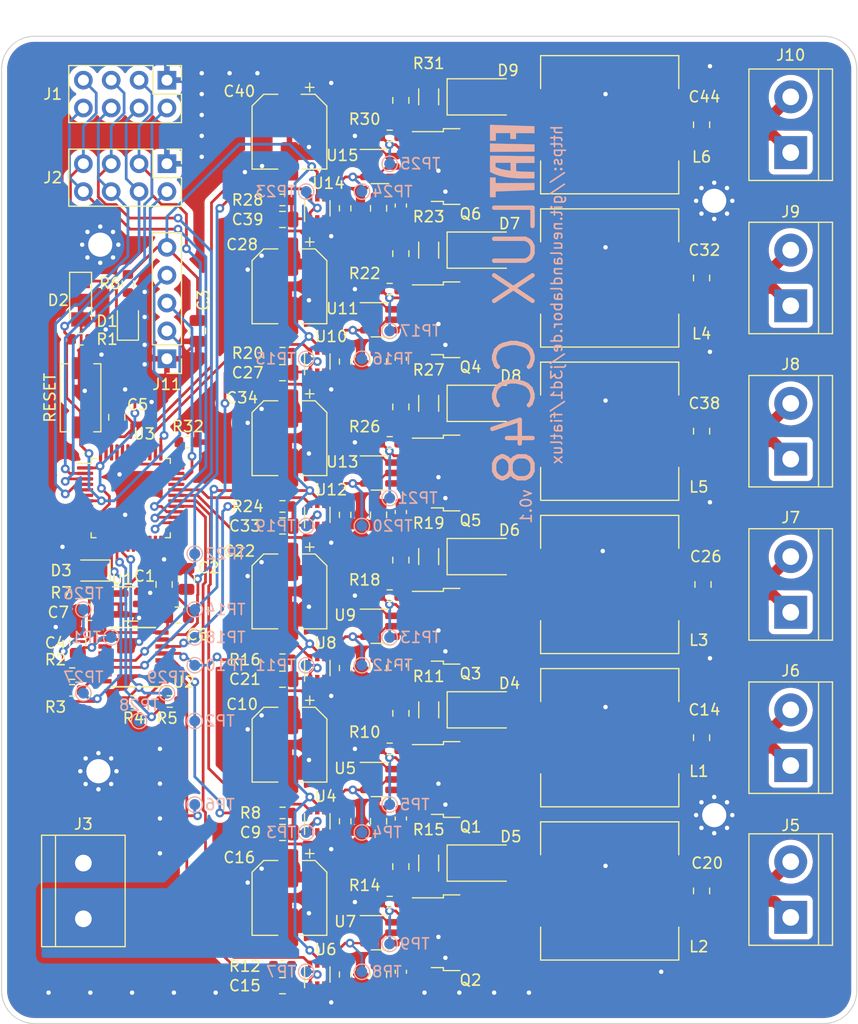
<source format=kicad_pcb>
(kicad_pcb (version 20211014) (generator pcbnew)

  (general
    (thickness 1.6)
  )

  (paper "A4")
  (layers
    (0 "F.Cu" signal)
    (31 "B.Cu" signal)
    (32 "B.Adhes" user "B.Adhesive")
    (33 "F.Adhes" user "F.Adhesive")
    (34 "B.Paste" user)
    (35 "F.Paste" user)
    (36 "B.SilkS" user "B.Silkscreen")
    (37 "F.SilkS" user "F.Silkscreen")
    (38 "B.Mask" user)
    (39 "F.Mask" user)
    (40 "Dwgs.User" user "User.Drawings")
    (41 "Cmts.User" user "User.Comments")
    (42 "Eco1.User" user "User.Eco1")
    (43 "Eco2.User" user "User.Eco2")
    (44 "Edge.Cuts" user)
    (45 "Margin" user)
    (46 "B.CrtYd" user "B.Courtyard")
    (47 "F.CrtYd" user "F.Courtyard")
    (48 "B.Fab" user)
    (49 "F.Fab" user)
    (50 "User.1" user "Nutzer.1")
    (51 "User.2" user "Nutzer.2")
    (52 "User.3" user "Nutzer.3")
    (53 "User.4" user "Nutzer.4")
    (54 "User.5" user "Nutzer.5")
    (55 "User.6" user "Nutzer.6")
    (56 "User.7" user "Nutzer.7")
    (57 "User.8" user "Nutzer.8")
    (58 "User.9" user "Nutzer.9")
  )

  (setup
    (stackup
      (layer "F.SilkS" (type "Top Silk Screen"))
      (layer "F.Paste" (type "Top Solder Paste"))
      (layer "F.Mask" (type "Top Solder Mask") (thickness 0.01))
      (layer "F.Cu" (type "copper") (thickness 0.035))
      (layer "dielectric 1" (type "core") (thickness 1.51) (material "FR4") (epsilon_r 4.5) (loss_tangent 0.02))
      (layer "B.Cu" (type "copper") (thickness 0.035))
      (layer "B.Mask" (type "Bottom Solder Mask") (thickness 0.01))
      (layer "B.Paste" (type "Bottom Solder Paste"))
      (layer "B.SilkS" (type "Bottom Silk Screen"))
      (copper_finish "None")
      (dielectric_constraints no)
    )
    (pad_to_mask_clearance 0)
    (grid_origin 167.894 27.686)
    (pcbplotparams
      (layerselection 0x00010fc_ffffffff)
      (disableapertmacros false)
      (usegerberextensions false)
      (usegerberattributes true)
      (usegerberadvancedattributes true)
      (creategerberjobfile true)
      (svguseinch false)
      (svgprecision 6)
      (excludeedgelayer true)
      (plotframeref false)
      (viasonmask false)
      (mode 1)
      (useauxorigin false)
      (hpglpennumber 1)
      (hpglpenspeed 20)
      (hpglpendiameter 15.000000)
      (dxfpolygonmode true)
      (dxfimperialunits true)
      (dxfusepcbnewfont true)
      (psnegative false)
      (psa4output false)
      (plotreference true)
      (plotvalue true)
      (plotinvisibletext false)
      (sketchpadsonfab false)
      (subtractmaskfromsilk false)
      (outputformat 1)
      (mirror false)
      (drillshape 1)
      (scaleselection 1)
      (outputdirectory "")
    )
  )

  (net 0 "")
  (net 1 "+3V3")
  (net 2 "GND")
  (net 3 "~{BUSRST}")
  (net 4 "Net-(C4-Pad1)")
  (net 5 "/fiatlux_cc48_channel_driver2/DRI_DIM")
  (net 6 "+48V")
  (net 7 "/fiatlux_cc48_channel_driver2/DRI_VCC")
  (net 8 "/fiatlux_cc48_channel_driver2/DRI_COM")
  (net 9 "/fiatlux_cc48_channel_driver2/OUT+")
  (net 10 "/fiatlux_cc48_channel_driver2/OUT-")
  (net 11 "/fiatlux_cc48_channel_driver1/DRI_DIM")
  (net 12 "/fiatlux_cc48_channel_driver1/DRI_VCC")
  (net 13 "/fiatlux_cc48_channel_driver1/DRI_COM")
  (net 14 "/fiatlux_cc48_channel_driver1/OUT+")
  (net 15 "/fiatlux_cc48_channel_driver1/OUT-")
  (net 16 "/fiatlux_cc48_channel_driver3/DRI_DIM")
  (net 17 "/fiatlux_cc48_channel_driver3/DRI_VCC")
  (net 18 "/fiatlux_cc48_channel_driver3/DRI_COM")
  (net 19 "/fiatlux_cc48_channel_driver3/OUT+")
  (net 20 "/fiatlux_cc48_channel_driver3/OUT-")
  (net 21 "/fiatlux_cc48_channel_driver5/DRI_DIM")
  (net 22 "/fiatlux_cc48_channel_driver5/DRI_VCC")
  (net 23 "/fiatlux_cc48_channel_driver5/DRI_COM")
  (net 24 "/fiatlux_cc48_channel_driver5/OUT+")
  (net 25 "/fiatlux_cc48_channel_driver5/OUT-")
  (net 26 "Net-(D1-Pad2)")
  (net 27 "ACT_LED")
  (net 28 "Net-(D3-Pad2)")
  (net 29 "/fiatlux_cc48_channel_driver4/DRI_DIM")
  (net 30 "/fiatlux_cc48_channel_driver4/DRI_VCC")
  (net 31 "/fiatlux_cc48_channel_driver4/DRI_COM")
  (net 32 "/fiatlux_cc48_channel_driver4/OUT+")
  (net 33 "/fiatlux_cc48_channel_driver4/OUT-")
  (net 34 "/fiatlux_cc48_channel_driver6/DRI_DIM")
  (net 35 "/fiatlux_cc48_channel_driver6/DRI_VCC")
  (net 36 "/fiatlux_cc48_channel_driver6/DRI_COM")
  (net 37 "/fiatlux_cc48_channel_driver6/OUT+")
  (net 38 "/fiatlux_cc48_channel_driver6/OUT-")
  (net 39 "/fiatlux_cc48_channel_driver2/DRI_SOURCE")
  (net 40 "/fiatlux_cc48_channel_driver1/DRI_SOURCE")
  (net 41 "/fiatlux_cc48_channel_driver3/DRI_SOURCE")
  (net 42 "DAC_SYNC")
  (net 43 "Net-(R2-Pad2)")
  (net 44 "SCLK")
  (net 45 "Net-(R3-Pad2)")
  (net 46 "MOSI")
  (net 47 "Net-(R4-Pad2)")
  (net 48 "MISO")
  (net 49 "Net-(R5-Pad2)")
  (net 50 "CH2_DIM")
  (net 51 "Net-(R9-Pad1)")
  (net 52 "CH1_DIM")
  (net 53 "CH3_DIM")
  (net 54 "CH5_DIM")
  (net 55 "CH4_DIM")
  (net 56 "Net-(R21-Pad1)")
  (net 57 "CH6_DIM")
  (net 58 "Net-(C13-Pad1)")
  (net 59 "unconnected-(U2-Pad11)")
  (net 60 "unconnected-(U2-Pad12)")
  (net 61 "INIT_{IN}")
  (net 62 "~{INT}")
  (net 63 "INIT_{OUT}")
  (net 64 "SW_SCLK")
  (net 65 "SW_MOSI")
  (net 66 "SW_MISO")
  (net 67 "CH1_PWM")
  (net 68 "CH2_PWM")
  (net 69 "CH3_PWM")
  (net 70 "CH4_PWM")
  (net 71 "unconnected-(U3-Pad25)")
  (net 72 "CH6_PWM")
  (net 73 "CH5_PWM")
  (net 74 "/fiatlux_cc48_channel_driver5/DRI_SOURCE")
  (net 75 "/fiatlux_cc48_channel_driver4/DRI_SOURCE")
  (net 76 "/fiatlux_cc48_channel_driver6/DRI_SOURCE")
  (net 77 "/fiatlux_cc48_channel_driver2/DRI_GATE")
  (net 78 "/fiatlux_cc48_channel_driver1/DRI_GATE")
  (net 79 "/fiatlux_cc48_channel_driver3/DRI_GATE")
  (net 80 "/fiatlux_cc48_channel_driver5/DRI_GATE")
  (net 81 "/fiatlux_cc48_channel_driver4/DRI_GATE")
  (net 82 "/fiatlux_cc48_channel_driver6/DRI_GATE")
  (net 83 "Net-(C19-Pad1)")
  (net 84 "Net-(C25-Pad1)")
  (net 85 "Net-(C31-Pad1)")
  (net 86 "Net-(C37-Pad1)")
  (net 87 "Net-(C43-Pad1)")
  (net 88 "Net-(R13-Pad1)")
  (net 89 "Net-(R17-Pad1)")
  (net 90 "Net-(R25-Pad1)")
  (net 91 "Net-(R29-Pad1)")
  (net 92 "unconnected-(U3-Pad5)")
  (net 93 "unconnected-(U3-Pad6)")
  (net 94 "unconnected-(U3-Pad10)")
  (net 95 "unconnected-(U3-Pad11)")
  (net 96 "unconnected-(U3-Pad12)")
  (net 97 "Net-(R32-Pad1)")
  (net 98 "unconnected-(U3-Pad18)")
  (net 99 "unconnected-(U3-Pad19)")
  (net 100 "unconnected-(U3-Pad20)")
  (net 101 "unconnected-(U3-Pad21)")
  (net 102 "unconnected-(U3-Pad22)")
  (net 103 "unconnected-(U3-Pad33)")
  (net 104 "SWDIO")
  (net 105 "unconnected-(U3-Pad35)")
  (net 106 "unconnected-(U3-Pad36)")
  (net 107 "SWCLK")
  (net 108 "unconnected-(U3-Pad38)")
  (net 109 "unconnected-(U3-Pad39)")
  (net 110 "unconnected-(U3-Pad42)")
  (net 111 "unconnected-(U3-Pad43)")
  (net 112 "unconnected-(U3-Pad45)")
  (net 113 "unconnected-(U3-Pad46)")

  (footprint "Inductor_SMD:L_12x12mm_H8mm" (layer "F.Cu") (at 213.36 73.66 180))

  (footprint "TerminalBlock:TerminalBlock_bornier-2_P5.08mm" (layer "F.Cu") (at 229.87 90.17 90))

  (footprint "Capacitor_SMD:C_0805_2012Metric" (layer "F.Cu") (at 183.515 110.236 180))

  (footprint "Capacitor_SMD:C_0603_1608Metric" (layer "F.Cu") (at 194.31 81.026 -90))

  (footprint "Capacitor_SMD:C_0805_2012Metric" (layer "F.Cu") (at 221.742 87.63 -90))

  (footprint "TerminalBlock:TerminalBlock_bornier-2_P5.08mm" (layer "F.Cu") (at 229.87 76.2 90))

  (footprint "MountingHole:MountingHole_2.2mm_M2_Pad_Via" (layer "F.Cu") (at 222.894 38.686))

  (footprint "Resistor_SMD:R_1206_3216Metric" (layer "F.Cu") (at 196.85 99.06 90))

  (footprint "Diode_SMD:D_SMA" (layer "F.Cu") (at 201.93 57.15))

  (footprint "Capacitor_SMD:CP_Elec_6.3x4.5" (layer "F.Cu") (at 184.15 60.325 -90))

  (footprint "Connector_PinHeader_2.54mm:PinHeader_2x04_P2.54mm_Vertical" (layer "F.Cu") (at 172.974 35.306 -90))

  (footprint "Capacitor_SMD:C_0603_1608Metric" (layer "F.Cu") (at 194.31 108.966 -90))

  (footprint "Capacitor_SMD:C_0805_2012Metric" (layer "F.Cu") (at 172.72 73.66 -90))

  (footprint "Package_TO_SOT_SMD:SOT-23-6" (layer "F.Cu") (at 192.405 63.5))

  (footprint "Capacitor_SMD:C_0805_2012Metric" (layer "F.Cu") (at 192.278 67.31 -90))

  (footprint "Package_TO_SOT_SMD:SOT-363_SC-70-6" (layer "F.Cu") (at 186.69 81.28 90))

  (footprint "Capacitor_SMD:C_0805_2012Metric" (layer "F.Cu") (at 192.278 109.22 -90))

  (footprint "Package_TO_SOT_SMD:TO-252-2" (layer "F.Cu") (at 200.6655 91.44))

  (footprint "Connector_PinHeader_2.54mm:PinHeader_2x04_P2.54mm_Vertical" (layer "F.Cu") (at 172.974 27.686 -90))

  (footprint "Package_TO_SOT_SMD:TO-252-2" (layer "F.Cu") (at 200.66 77.47))

  (footprint "Resistor_SMD:R_0603_1608Metric" (layer "F.Cu") (at 183.515 80.518))

  (footprint "Diode_SMD:D_SMA" (layer "F.Cu") (at 201.93 29.21))

  (footprint "TerminalBlock:TerminalBlock_bornier-2_P5.08mm" (layer "F.Cu") (at 165.354 99.06 -90))

  (footprint "Diode_SMD:D_SMA" (layer "F.Cu") (at 201.93 99.06))

  (footprint "Diode_SMD:D_SMA" (layer "F.Cu") (at 201.93 43.18))

  (footprint "Capacitor_SMD:C_0805_2012Metric" (layer "F.Cu") (at 192.278 95.25 -90))

  (footprint "MountingHole:MountingHole_2.2mm_M2_Pad_Via" (layer "F.Cu") (at 166.727274 90.686))

  (footprint "Inductor_SMD:L_12x12mm_H8mm" (layer "F.Cu") (at 213.36 45.72 180))

  (footprint "Diode_SMD:D_SMA" (layer "F.Cu") (at 201.9355 85.09))

  (footprint "Capacitor_SMD:CP_Elec_6.3x4.5" (layer "F.Cu") (at 184.15 46.482 -90))

  (footprint "MountingHole:MountingHole_2.2mm_M2_Pad_Via" (layer "F.Cu") (at 166.894 42.686))

  (footprint "Package_TO_SOT_SMD:SOT-23-6" (layer "F.Cu") (at 192.405 35.56))

  (footprint "Capacitor_SMD:C_0805_2012Metric" (layer "F.Cu") (at 221.742 31.75 -90))

  (footprint "Resistor_SMD:R_0603_1608Metric" (layer "F.Cu") (at 189.23 81.28 -90))

  (footprint "Resistor_SMD:R_0603_1608Metric" (layer "F.Cu") (at 164.338 81.788))

  (footprint "LED_SMD:LED_0805_2012Metric" (layer "F.Cu") (at 169.418 49.7055 90))

  (footprint "Capacitor_SMD:C_0805_2012Metric" (layer "F.Cu") (at 174.752 73.152 -90))

  (footprint "Capacitor_SMD:C_0805_2012Metric" (layer "F.Cu") (at 194.31 29.53 90))

  (footprint "Capacitor_SMD:C_0805_2012Metric" (layer "F.Cu") (at 183.5205 96.266 180))

  (footprint "Inductor_SMD:L_12x12mm_H8mm" (layer "F.Cu") (at 213.36 101.6 180))

  (footprint "Capacitor_SMD:C_0805_2012Metric" (layer "F.Cu") (at 183.515 68.326 180))

  (footprint "Resistor_SMD:R_1206_3216Metric" (layer "F.Cu") (at 196.85 57.15 90))

  (footprint "Package_TO_SOT_SMD:SOT-23-6" (layer "F.Cu") (at 192.405 49.53))

  (footprint "Package_TO_SOT_SMD:SOT-23-6" (layer "F.Cu") (at 192.4105 91.44))

  (footprint "Inductor_SMD:L_12x12mm_H8mm" (layer "F.Cu") (at 213.36 59.69 180))

  (footprint "Resistor_SMD:R_0603_1608Metric" (layer "F.Cu")
    (tedit 5F68FEEE) (tstamp 608b1d3a-67e0-42f9-8004-aa8ef9ba9868)
    (at 183.515 108.458)
    (descr "Resistor SMD 0603 (1608 Metric), square (rectangular) end terminal, IPC_7351 nominal, (Body size source: IPC-SM-782 page 72, https://www.pcb-3d.com/wordpress/wp-content/uploads/ipc-sm-782a_amendment_1_and_2.pdf), generated with kicad-footprint-generator")
    (tags "resistor")
    (property "Sheetfile" "fiatlux_cc48_channel_driver.kicad_sch")
    (property "Sheetname" "fiatlux_cc48_channel_driver1")
    (path "/ec392c76-0785-4274-a56a-aeb995601b34/85290897-a69f-43de-ba13-b6be6bcc9165")
    (attr smd)
    (fp_text reference "R12" (at -3.429 0) (layer "F.SilkS")
      (effects (font (size 1 1) (thickness 0.15)))
      (tstamp 0e79626a-d11e-4538-b4f1-f7383427fb8e)
    )
    (fp_text value "100" (at 0 1.43) (layer "F.Fab")
      (effects (font (size 1 1) (thickness 0.15)))
      (tstamp f16cd62c-cafc-49f5-aaa8-7cc66bb32173)
    )
    (fp_text user "${REFERENCE}" (at 0 0) (layer "F.Fab")
      (effects (font (size 0.4 0.4) (thickness 0.06)))
      (tstamp 6ef79f27-32bd-4298-a460-ab1950992ee9)
    )
    (fp_line (start -0.237258 0.5225) (end 0.237258 0.5225) (layer "F.SilkS") (width 0.12) (tstamp 801d88db-700e-4aeb-b016-ad58e4381134))
    (fp_line (start -0.237258 -0.5225) (end 0.237258 -0.5225) (layer "F.SilkS") (width 0.12) (tstamp cd654e68-4be6-42bb-a6a9-c43ff557a66e))
    (fp_line (start -1.48 -0.73) (end 1.48 -0.73) (layer "F.CrtYd") (width 0.05) (tstamp 8f6943a4-a361-45ed-9c4d-98ef80de44e8))
    (fp_line (start -1.48 0.73) (end -1.48 -0.73) (layer "F.CrtYd") (width 0.05) (tstamp 956c79ed-dc56-45ee-8473-7f0af145783f))
    (fp_line (start 1.48 -0.73) (end 1.48 0.73) (layer "F.CrtYd") (width 0.05) (tstamp e41df1ee-4a3d-4a34-8ee1-e8ce96bff89a))
    (fp_line (start 1.48 0.73) (end -1.48 0.73) (layer "F.CrtYd") (width 0.05) (tstamp f550cc42-58d1-4fc8-bb7a-5120967ea6db))
    (fp_line (start 0.8 0.4125) (end -0.8 0.4125) (layer "F.Fab") (width 0.1) (tstamp 3cb644b2-c925-4787-88f2-9f5133a430ee))
    (fp_line (start 0.8 -0.4125) (end 0.8 0.4125) (laye
... [1256663 chars truncated]
</source>
